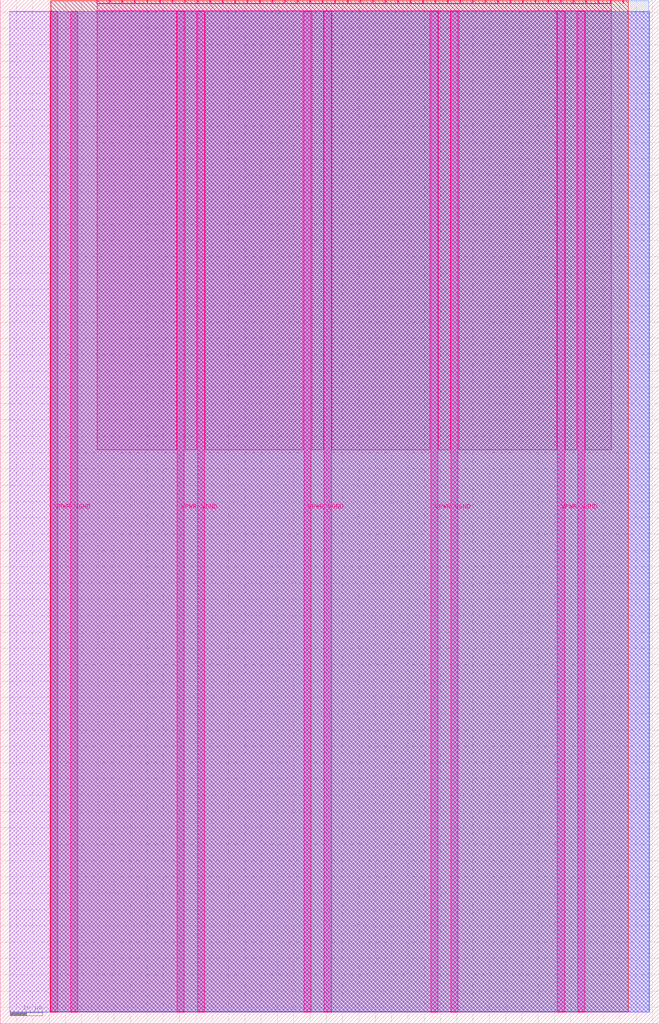
<source format=lef>
VERSION 5.7 ;
  NOWIREEXTENSIONATPIN ON ;
  DIVIDERCHAR "/" ;
  BUSBITCHARS "[]" ;
MACRO tt_um_simon_cipher
  CLASS BLOCK ;
  FOREIGN tt_um_simon_cipher ;
  ORIGIN 0.000 0.000 ;
  SIZE 202.080 BY 313.740 ;
  PIN VGND
    DIRECTION INOUT ;
    USE GROUND ;
    PORT
      LAYER Metal5 ;
        RECT 21.580 3.560 23.780 310.180 ;
    END
    PORT
      LAYER Metal5 ;
        RECT 60.450 3.560 62.650 310.180 ;
    END
    PORT
      LAYER Metal5 ;
        RECT 99.320 3.560 101.520 310.180 ;
    END
    PORT
      LAYER Metal5 ;
        RECT 138.190 3.560 140.390 310.180 ;
    END
    PORT
      LAYER Metal5 ;
        RECT 177.060 3.560 179.260 310.180 ;
    END
  END VGND
  PIN VPWR
    DIRECTION INOUT ;
    USE POWER ;
    PORT
      LAYER Metal5 ;
        RECT 15.380 3.560 17.580 310.180 ;
    END
    PORT
      LAYER Metal5 ;
        RECT 54.250 3.560 56.450 310.180 ;
    END
    PORT
      LAYER Metal5 ;
        RECT 93.120 3.560 95.320 310.180 ;
    END
    PORT
      LAYER Metal5 ;
        RECT 131.990 3.560 134.190 310.180 ;
    END
    PORT
      LAYER Metal5 ;
        RECT 170.860 3.560 173.060 310.180 ;
    END
  END VPWR
  PIN clk
    DIRECTION INPUT ;
    USE SIGNAL ;
    ANTENNAGATEAREA 0.213200 ;
    PORT
      LAYER Metal5 ;
        RECT 187.050 312.740 187.350 313.740 ;
    END
  END clk
  PIN ena
    DIRECTION INPUT ;
    USE SIGNAL ;
    PORT
      LAYER Metal5 ;
        RECT 190.890 312.740 191.190 313.740 ;
    END
  END ena
  PIN rst_n
    DIRECTION INPUT ;
    USE SIGNAL ;
    ANTENNAGATEAREA 0.213200 ;
    PORT
      LAYER Metal5 ;
        RECT 183.210 312.740 183.510 313.740 ;
    END
  END rst_n
  PIN ui_in[0]
    DIRECTION INPUT ;
    USE SIGNAL ;
    ANTENNAGATEAREA 0.180700 ;
    PORT
      LAYER Metal5 ;
        RECT 179.370 312.740 179.670 313.740 ;
    END
  END ui_in[0]
  PIN ui_in[1]
    DIRECTION INPUT ;
    USE SIGNAL ;
    PORT
      LAYER Metal5 ;
        RECT 175.530 312.740 175.830 313.740 ;
    END
  END ui_in[1]
  PIN ui_in[2]
    DIRECTION INPUT ;
    USE SIGNAL ;
    PORT
      LAYER Metal5 ;
        RECT 171.690 312.740 171.990 313.740 ;
    END
  END ui_in[2]
  PIN ui_in[3]
    DIRECTION INPUT ;
    USE SIGNAL ;
    PORT
      LAYER Metal5 ;
        RECT 167.850 312.740 168.150 313.740 ;
    END
  END ui_in[3]
  PIN ui_in[4]
    DIRECTION INPUT ;
    USE SIGNAL ;
    PORT
      LAYER Metal5 ;
        RECT 164.010 312.740 164.310 313.740 ;
    END
  END ui_in[4]
  PIN ui_in[5]
    DIRECTION INPUT ;
    USE SIGNAL ;
    PORT
      LAYER Metal5 ;
        RECT 160.170 312.740 160.470 313.740 ;
    END
  END ui_in[5]
  PIN ui_in[6]
    DIRECTION INPUT ;
    USE SIGNAL ;
    ANTENNAGATEAREA 0.213200 ;
    PORT
      LAYER Metal5 ;
        RECT 156.330 312.740 156.630 313.740 ;
    END
  END ui_in[6]
  PIN ui_in[7]
    DIRECTION INPUT ;
    USE SIGNAL ;
    ANTENNAGATEAREA 0.639600 ;
    PORT
      LAYER Metal5 ;
        RECT 152.490 312.740 152.790 313.740 ;
    END
  END ui_in[7]
  PIN uio_in[0]
    DIRECTION INPUT ;
    USE SIGNAL ;
    PORT
      LAYER Metal5 ;
        RECT 148.650 312.740 148.950 313.740 ;
    END
  END uio_in[0]
  PIN uio_in[1]
    DIRECTION INPUT ;
    USE SIGNAL ;
    PORT
      LAYER Metal5 ;
        RECT 144.810 312.740 145.110 313.740 ;
    END
  END uio_in[1]
  PIN uio_in[2]
    DIRECTION INPUT ;
    USE SIGNAL ;
    PORT
      LAYER Metal5 ;
        RECT 140.970 312.740 141.270 313.740 ;
    END
  END uio_in[2]
  PIN uio_in[3]
    DIRECTION INPUT ;
    USE SIGNAL ;
    PORT
      LAYER Metal5 ;
        RECT 137.130 312.740 137.430 313.740 ;
    END
  END uio_in[3]
  PIN uio_in[4]
    DIRECTION INPUT ;
    USE SIGNAL ;
    PORT
      LAYER Metal5 ;
        RECT 133.290 312.740 133.590 313.740 ;
    END
  END uio_in[4]
  PIN uio_in[5]
    DIRECTION INPUT ;
    USE SIGNAL ;
    PORT
      LAYER Metal5 ;
        RECT 129.450 312.740 129.750 313.740 ;
    END
  END uio_in[5]
  PIN uio_in[6]
    DIRECTION INPUT ;
    USE SIGNAL ;
    PORT
      LAYER Metal5 ;
        RECT 125.610 312.740 125.910 313.740 ;
    END
  END uio_in[6]
  PIN uio_in[7]
    DIRECTION INPUT ;
    USE SIGNAL ;
    PORT
      LAYER Metal5 ;
        RECT 121.770 312.740 122.070 313.740 ;
    END
  END uio_in[7]
  PIN uio_oe[0]
    DIRECTION OUTPUT ;
    USE SIGNAL ;
    ANTENNADIFFAREA 0.299200 ;
    PORT
      LAYER Metal5 ;
        RECT 56.490 312.740 56.790 313.740 ;
    END
  END uio_oe[0]
  PIN uio_oe[1]
    DIRECTION OUTPUT ;
    USE SIGNAL ;
    ANTENNADIFFAREA 0.299200 ;
    PORT
      LAYER Metal5 ;
        RECT 52.650 312.740 52.950 313.740 ;
    END
  END uio_oe[1]
  PIN uio_oe[2]
    DIRECTION OUTPUT ;
    USE SIGNAL ;
    ANTENNADIFFAREA 0.299200 ;
    PORT
      LAYER Metal5 ;
        RECT 48.810 312.740 49.110 313.740 ;
    END
  END uio_oe[2]
  PIN uio_oe[3]
    DIRECTION OUTPUT ;
    USE SIGNAL ;
    ANTENNADIFFAREA 0.299200 ;
    PORT
      LAYER Metal5 ;
        RECT 44.970 312.740 45.270 313.740 ;
    END
  END uio_oe[3]
  PIN uio_oe[4]
    DIRECTION OUTPUT ;
    USE SIGNAL ;
    ANTENNADIFFAREA 0.299200 ;
    PORT
      LAYER Metal5 ;
        RECT 41.130 312.740 41.430 313.740 ;
    END
  END uio_oe[4]
  PIN uio_oe[5]
    DIRECTION OUTPUT ;
    USE SIGNAL ;
    ANTENNADIFFAREA 0.299200 ;
    PORT
      LAYER Metal5 ;
        RECT 37.290 312.740 37.590 313.740 ;
    END
  END uio_oe[5]
  PIN uio_oe[6]
    DIRECTION OUTPUT ;
    USE SIGNAL ;
    ANTENNADIFFAREA 0.299200 ;
    PORT
      LAYER Metal5 ;
        RECT 33.450 312.740 33.750 313.740 ;
    END
  END uio_oe[6]
  PIN uio_oe[7]
    DIRECTION OUTPUT ;
    USE SIGNAL ;
    ANTENNADIFFAREA 0.299200 ;
    PORT
      LAYER Metal5 ;
        RECT 29.610 312.740 29.910 313.740 ;
    END
  END uio_oe[7]
  PIN uio_out[0]
    DIRECTION OUTPUT ;
    USE SIGNAL ;
    ANTENNADIFFAREA 0.299200 ;
    PORT
      LAYER Metal5 ;
        RECT 87.210 312.740 87.510 313.740 ;
    END
  END uio_out[0]
  PIN uio_out[1]
    DIRECTION OUTPUT ;
    USE SIGNAL ;
    ANTENNADIFFAREA 0.299200 ;
    PORT
      LAYER Metal5 ;
        RECT 83.370 312.740 83.670 313.740 ;
    END
  END uio_out[1]
  PIN uio_out[2]
    DIRECTION OUTPUT ;
    USE SIGNAL ;
    ANTENNADIFFAREA 0.299200 ;
    PORT
      LAYER Metal5 ;
        RECT 79.530 312.740 79.830 313.740 ;
    END
  END uio_out[2]
  PIN uio_out[3]
    DIRECTION OUTPUT ;
    USE SIGNAL ;
    ANTENNADIFFAREA 0.299200 ;
    PORT
      LAYER Metal5 ;
        RECT 75.690 312.740 75.990 313.740 ;
    END
  END uio_out[3]
  PIN uio_out[4]
    DIRECTION OUTPUT ;
    USE SIGNAL ;
    ANTENNADIFFAREA 0.299200 ;
    PORT
      LAYER Metal5 ;
        RECT 71.850 312.740 72.150 313.740 ;
    END
  END uio_out[4]
  PIN uio_out[5]
    DIRECTION OUTPUT ;
    USE SIGNAL ;
    ANTENNADIFFAREA 0.299200 ;
    PORT
      LAYER Metal5 ;
        RECT 68.010 312.740 68.310 313.740 ;
    END
  END uio_out[5]
  PIN uio_out[6]
    DIRECTION OUTPUT ;
    USE SIGNAL ;
    ANTENNADIFFAREA 0.299200 ;
    PORT
      LAYER Metal5 ;
        RECT 64.170 312.740 64.470 313.740 ;
    END
  END uio_out[6]
  PIN uio_out[7]
    DIRECTION OUTPUT ;
    USE SIGNAL ;
    ANTENNADIFFAREA 0.299200 ;
    PORT
      LAYER Metal5 ;
        RECT 60.330 312.740 60.630 313.740 ;
    END
  END uio_out[7]
  PIN uo_out[0]
    DIRECTION OUTPUT ;
    USE SIGNAL ;
    ANTENNADIFFAREA 0.706800 ;
    PORT
      LAYER Metal5 ;
        RECT 117.930 312.740 118.230 313.740 ;
    END
  END uo_out[0]
  PIN uo_out[1]
    DIRECTION OUTPUT ;
    USE SIGNAL ;
    ANTENNADIFFAREA 0.299200 ;
    PORT
      LAYER Metal5 ;
        RECT 114.090 312.740 114.390 313.740 ;
    END
  END uo_out[1]
  PIN uo_out[2]
    DIRECTION OUTPUT ;
    USE SIGNAL ;
    ANTENNADIFFAREA 0.299200 ;
    PORT
      LAYER Metal5 ;
        RECT 110.250 312.740 110.550 313.740 ;
    END
  END uo_out[2]
  PIN uo_out[3]
    DIRECTION OUTPUT ;
    USE SIGNAL ;
    ANTENNADIFFAREA 0.299200 ;
    PORT
      LAYER Metal5 ;
        RECT 106.410 312.740 106.710 313.740 ;
    END
  END uo_out[3]
  PIN uo_out[4]
    DIRECTION OUTPUT ;
    USE SIGNAL ;
    ANTENNADIFFAREA 0.299200 ;
    PORT
      LAYER Metal5 ;
        RECT 102.570 312.740 102.870 313.740 ;
    END
  END uo_out[4]
  PIN uo_out[5]
    DIRECTION OUTPUT ;
    USE SIGNAL ;
    ANTENNADIFFAREA 0.299200 ;
    PORT
      LAYER Metal5 ;
        RECT 98.730 312.740 99.030 313.740 ;
    END
  END uo_out[5]
  PIN uo_out[6]
    DIRECTION OUTPUT ;
    USE SIGNAL ;
    ANTENNADIFFAREA 0.299200 ;
    PORT
      LAYER Metal5 ;
        RECT 94.890 312.740 95.190 313.740 ;
    END
  END uo_out[6]
  PIN uo_out[7]
    DIRECTION OUTPUT ;
    USE SIGNAL ;
    ANTENNADIFFAREA 0.654800 ;
    PORT
      LAYER Metal5 ;
        RECT 91.050 312.740 91.350 313.740 ;
    END
  END uo_out[7]
  OBS
      LAYER GatPoly ;
        RECT 2.880 3.630 199.200 310.110 ;
      LAYER Metal1 ;
        RECT 2.880 3.560 199.200 310.180 ;
      LAYER Metal2 ;
        RECT 15.515 3.680 198.995 310.060 ;
      LAYER Metal3 ;
        RECT 15.560 3.635 198.820 313.465 ;
      LAYER Metal4 ;
        RECT 15.515 3.680 192.625 313.420 ;
      LAYER Metal5 ;
        RECT 30.120 312.530 33.240 312.740 ;
        RECT 33.960 312.530 37.080 312.740 ;
        RECT 37.800 312.530 40.920 312.740 ;
        RECT 41.640 312.530 44.760 312.740 ;
        RECT 45.480 312.530 48.600 312.740 ;
        RECT 49.320 312.530 52.440 312.740 ;
        RECT 53.160 312.530 56.280 312.740 ;
        RECT 57.000 312.530 60.120 312.740 ;
        RECT 60.840 312.530 63.960 312.740 ;
        RECT 64.680 312.530 67.800 312.740 ;
        RECT 68.520 312.530 71.640 312.740 ;
        RECT 72.360 312.530 75.480 312.740 ;
        RECT 76.200 312.530 79.320 312.740 ;
        RECT 80.040 312.530 83.160 312.740 ;
        RECT 83.880 312.530 87.000 312.740 ;
        RECT 87.720 312.530 90.840 312.740 ;
        RECT 91.560 312.530 94.680 312.740 ;
        RECT 95.400 312.530 98.520 312.740 ;
        RECT 99.240 312.530 102.360 312.740 ;
        RECT 103.080 312.530 106.200 312.740 ;
        RECT 106.920 312.530 110.040 312.740 ;
        RECT 110.760 312.530 113.880 312.740 ;
        RECT 114.600 312.530 117.720 312.740 ;
        RECT 118.440 312.530 121.560 312.740 ;
        RECT 122.280 312.530 125.400 312.740 ;
        RECT 126.120 312.530 129.240 312.740 ;
        RECT 129.960 312.530 133.080 312.740 ;
        RECT 133.800 312.530 136.920 312.740 ;
        RECT 137.640 312.530 140.760 312.740 ;
        RECT 141.480 312.530 144.600 312.740 ;
        RECT 145.320 312.530 148.440 312.740 ;
        RECT 149.160 312.530 152.280 312.740 ;
        RECT 153.000 312.530 156.120 312.740 ;
        RECT 156.840 312.530 159.960 312.740 ;
        RECT 160.680 312.530 163.800 312.740 ;
        RECT 164.520 312.530 167.640 312.740 ;
        RECT 168.360 312.530 171.480 312.740 ;
        RECT 172.200 312.530 175.320 312.740 ;
        RECT 176.040 312.530 179.160 312.740 ;
        RECT 179.880 312.530 183.000 312.740 ;
        RECT 183.720 312.530 186.840 312.740 ;
        RECT 29.660 310.390 187.300 312.530 ;
        RECT 29.660 175.835 54.040 310.390 ;
        RECT 56.660 175.835 60.240 310.390 ;
        RECT 62.860 175.835 92.910 310.390 ;
        RECT 95.530 175.835 99.110 310.390 ;
        RECT 101.730 175.835 131.780 310.390 ;
        RECT 134.400 175.835 137.980 310.390 ;
        RECT 140.600 175.835 170.650 310.390 ;
        RECT 173.270 175.835 176.850 310.390 ;
        RECT 179.470 175.835 187.300 310.390 ;
  END
END tt_um_simon_cipher
END LIBRARY


</source>
